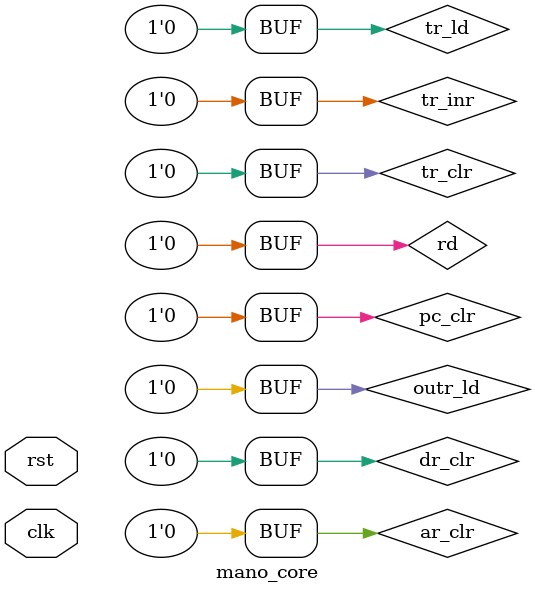
<source format=v>
module mano_core(input clk, rst);

    //************************************
    // Control signals
    //************************************
    reg ar_ld, ar_clr, ar_inr;
    reg ac_ld, ac_clr, ac_inr;
    reg dr_ld, dr_clr, dr_inr;
    reg tr_ld, tr_clr, tr_inr;
    reg pc_ld, pc_clr, pc_inr;
    reg ir_ld, outr_ld;
    reg e_ld, e_clr;
    reg wr, rd;
    reg sc_clr;
    reg [2:0] sc;
    reg [3:0] bus_sel;
    reg [3:0] alu_func;

    //************************************
    // Registers and busses
    //************************************
    wire [15:0] mem_out;
    reg  [15:0] alu_out, carry_out, abus, dr, ac, tr, ir;
    reg  [11:0] pc = 0, ar;
    reg  [7:0]  inpr, outr;
    reg  [15:0] mem [31:0];
    reg  i, e;
    
    //************************************
    // 32x16 Memory
    //************************************
    always @(posedge clk)
    begin
        if (wr == 1)
            mem[ar[5:0]] = abus;
        // mem[0] = 16'h7800; // Clear AC
        // mem[1] = 16'h7400; // Clear E
        // mem[2] = 16'h7100; // Complement E
        // mem[3] = 16'h2014;
        // mem[4] = 16'h1015;
        // mem[5] = 16'h3016;
        mem[0] = 16'h6014; // ISZ - Increment and skip if zero
        mem[1] = 16'h5017; // BSA - Store PC in h17
        mem[2] = 16'h4000; // Branch to 0
        // mem[1]  = 16'h7020; // Increment AC
        // mem[2]  = 16'h7010; // Skip next instruction if AC is positive
        // mem[3]  = 16'h7020; // Increment AC
        // mem[4]  = 16'h7004; // Skip next instruction if AC is zero
        // mem[5]  = 16'h7200; // Complement AC
        // mem[6]  = 16'h7080; // Circulate right AC
        // mem[7]  = 16'h7040; // Circulate left AC
        // mem[8]  = 16'h0014; // And the content in mem[20] with AC
        // mem[9]  = 16'h2015; // Load the content in mem[21] to AC
        mem[20] = 16'hffff;    
        mem[21] = 16'h1234;    
    end
    assign mem_out = mem[ar[5:0]];

    //************************************
    // Bus assigner
    //************************************
    always @(*)
    begin
        case (bus_sel)
            3'b001:  abus = ar;
            3'b010:  abus = pc;
            3'b011:  abus = dr;
            3'b100:  abus = ac;
            3'b101:  abus = ir;
            3'b110:  abus = tr;
            default: abus = mem_out;
        endcase
    end
 
    //************************************
    // ALU
    //************************************
    always @(*)
    begin
        case (alu_func)
            3'b000:  alu_out = dr;
            3'b001:  alu_out = dr & ac;
            3'b010:  {carry_out, alu_out} = dr + ac;
            3'b011:  alu_out = ~ac;
            3'b100:  alu_out = {ac[0], ac[15:1]};
            3'b101:  alu_out = {ac[14:0], ac[15]};
            3'b110:  carry_out = ~e;
            default: alu_out = dr;
        endcase
    end

    //************************************
    // State machine always
    //************************************
    always @(posedge clk)
    begin
        if (rst == 1)
            sc = 3'b000; // reset state machine
        else
        begin
            // Update sequence counter
            if (sc_clr == 1)
                sc = 0;
            else  
                sc = sc + 1;
            
            // Copy IR[15] to i
            if (sc == 3'b010)
                i = ir[15];
            
            // Update acumulator register
            if (ac_clr == 1)
                ac = 0;
            else if (ac_ld == 1)  
                ac = alu_out;
            else if (ac_inr == 1)
                ac = ac + 1;

            // Update address register
            if (ar_clr == 1)
                ar = 0;
            else if (ar_ld == 1)  
                ar = abus;
            else if (ar_inr == 1)
                ar = ar + 1;

            // Update data register
            if (dr_clr == 1)
                dr = 0;
            else if (dr_ld == 1)  
                dr = abus;
            else if (dr_inr == 1)
                dr = dr + 1;

            // Update program counter
            if (pc_clr == 1)
                pc = 0;
            else if (pc_ld == 1)  
                pc = abus;
            else if (pc_inr == 1)  
                pc = pc + 1;

            // Update instruction register
            if (ir_ld == 1)
                ir = abus;

            // Update TR
            if (tr_clr == 1)
                tr = 0;
            else if (tr_ld == 1)  
                tr = abus;
            else if (tr_inr == 1)  
                tr = tr + 1;

            // Update OUTR
            if (outr_ld == 1)
                outr = abus;

            // Update e
            if (e_clr == 1)
                e = 0;
            else if (e_ld == 1)  
                e = carry_out;

        end
    end

    //************************************
    // Combinational state machine always
    //************************************
    always @(*)
    begin
        ar_ld = 0;
        ar_clr = 0;
        ar_inr = 0;
        ac_ld = 0;
        ac_clr = 0;
        ac_inr = 0;
        dr_ld = 0;
        dr_clr = 0;
        dr_inr = 0;
        tr_ld = 0;
        tr_clr = 0;
        tr_inr = 0;
        pc_ld = 0;
        pc_clr = 0;
        pc_inr = 0;
        ir_ld = 0;
        sc_clr = 0;
        wr = 0;
        rd = 0;
        outr_ld = 0;
        e_ld = 0;
        e_clr = 0;

        case (sc)
            // Copy PC to AR
            3'b000: 
            begin 
                ar_ld = 1; 
                bus_sel = 3'b010; // PC on the bus
            end

            // Read the next instruction from Memory and store it into IR
            3'b001: 
            begin
                pc_inr = 1; 
                ir_ld = 1;
                bus_sel = 3'b111; // Memory on the bus
            end
            
            // Copy the lower 12bits from IR to AR
            3'b010: 
            begin 
                ar_ld = 1;
                bus_sel = 3'b101; // IR on the bus
            end
            
            // Instruction executing - cycle 1
            3'b011: 
            begin
                // Register reference instruction
                if (ir[14:12] == 3'b111)
                begin
                    // Clear AC
                    if (ir[11:0] == 12'h800)
                    begin
                        ac_clr = 1;
                        sc_clr = 1;
                    end

                    // Clear E
                    else if (ir[11:0] == 12'h400)
                    begin
                        e_clr = 1;
                        sc_clr = 1;
                    end

                    // Increment AC
                    else if (ir[11:0] == 12'h020)
                    begin
                        ac_inr = 1;
                        sc_clr = 1;
                    end

                    // Complement AC
                    else if (ir[11:0] == 12'h200)
                    begin
                        ac_ld = 1;
                        alu_func = 3'b011;
                        sc_clr = 1;
                    end

                    // Complement E
                    else if (ir[11:0] == 12'h100)
                    begin
                        e_ld = 1;
                        alu_func = 3'b110;
                        sc_clr = 1;
                    end

                    // Circulate right AC
                    else if (ir[11:0] == 12'h080)
                    begin
                        ac_ld = 1;
                        alu_func = 3'b100;
                        sc_clr = 1;
                    end

                    // Circulate left AC
                    else if (ir[11:0] == 12'h040)
                    begin
                        ac_ld = 1;
                        alu_func = 3'b101;
                        sc_clr = 1;
                    end

                    // Skip next instruction if AC is positive
                    else if (ir[11:0] == 12'h010)
                    begin
                        if (ac[15] == 0)
                            pc_inr = 1;
                        sc_clr = 1;
                    end

                    // Skip next instruction if AC is negative
                    else if (ir[11:0] == 12'h008)
                    begin
                        if (ac[15] == 1)
                            pc_inr = 1;
                        sc_clr = 1;
                    end

                    // Skip next instruction if AC is zero
                    else if (ir[11:0] == 12'h004)
                    begin
                        if (ac == 0)
                            pc_inr = 1;
                        sc_clr = 1;
                    end

                    // Skip next instruction if E is zero
                    else if (ir[11:0] == 12'h002)
                    begin
                        if (e == 0)
                            pc_inr = 1;
                        sc_clr = 1;
                    end
                end

                // Memory reference instruction
                else
                begin
                    if (i == 1)
                    begin
                        ar_ld = 1;
                        bus_sel = 3'b111;
                    end
                end
            end

            // Instruction executing - cycle 2
            3'b100:
            begin
                // Memory reference instruction
                // Read operand from memory and store it in DR (AND, ADD, LDA instructions)
                if (ir[14:12] == 3'b000 || ir[14:12] == 3'b001 || ir[14:12] == 3'b010)
                begin
                    dr_ld = 1;
                    bus_sel = 3'b111; // Memory on the bus
                end

                // STA instruction
                else if (ir[14:12] == 3'b011)
                begin
                    bus_sel = 3'b100;
                    wr = 1;
                    sc_clr = 1;
                end

                // BUN instruction - AR -> PC
                else if (ir[14:12] == 3'b100)
                begin
                    bus_sel = 3'b001; // AR on the bus
                    pc_ld = 1;
                    sc_clr = 1;
                end

                // BSA instruction - PC -> M[AR], AR + 1 -> AR
                else if (ir[14:12] == 3'b101)
                begin
                    bus_sel = 3'b010; // PC on the bus
                    wr = 1;
                    ar_inr = 1;
                end

                // ISZ - Increment and skip if zero - M[AR] -> DR
                else if (ir[14:12] == 3'b110)
                begin
                    bus_sel = 3'b111; // Memory on the bus
                    dr_ld = 1;
                end
            end

            // Instruction executing - cycle 3
            3'b101:
            begin
                // Memory reference instruction

                // AND instruction - DR & AC
                if (ir[14:12] == 3'b000)
                begin
                    alu_func = 3'b001; // AND function
                    ac_ld = 1;
                    sc_clr = 1;
                end

                // ADD instruction - DR + AC
                else if (ir[14:12] == 3'b001)
                begin
                    alu_func = 3'b010; // ADD function
                    ac_ld = 1;
                    e_ld = 1;
                    sc_clr = 1;
                end

                // LDA instruction - DR -> AC
                else if (ir[14:12] == 3'b010)
                begin
                    alu_func = 0; // Pass DR to AC
                    ac_ld = 1;
                    sc_clr = 1;
                end

                // BSA instruction - AR -> PC
                else if (ir[14:12] == 3'b101)
                begin
                    bus_sel = 3'b001; // AR on the bus
                    pc_ld = 1;
                    sc_clr = 1;
                end
                
                // ISZ - Increment and skip if zero - DR += 1
                else if (ir[14:12] == 3'b110)
                begin
                    dr_inr = 1;
                end
            end

            // Instruction executing - cycle 4
            3'b110:
            begin
                // ISZ - Increment and skip if zero - DR -> M[AR], if DR == 0, skip next instruction
                if (ir[14:12] == 3'b110)
                begin
                    bus_sel = 3'b011; // DR on the bus 
                    wr = 1;
                    if (dr == 0)
                        pc_inr = 1;
                    sc_clr = 1;
                end
            end

            default: sc_clr = 1;
        endcase
    end
endmodule

</source>
